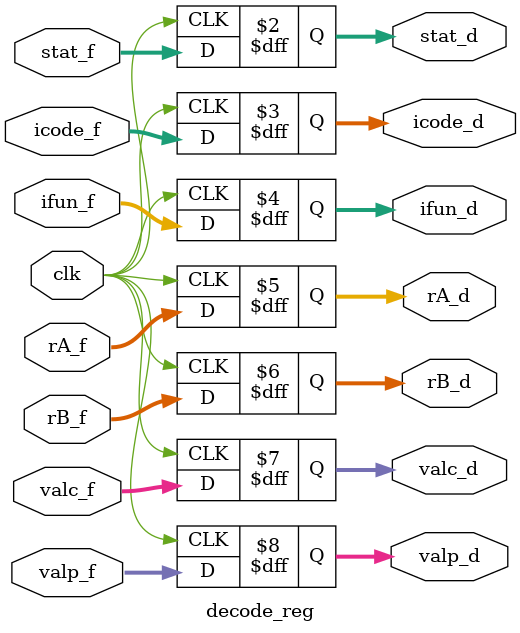
<source format=v>
module decode_reg(clk,stat_f,icode_f,ifun_f,rA_f,rB_f,valc_f,valp_f,stat_d,icode_d,ifun_d,rA_d,rB_d,valc_d,valp_d);
input clk;
input [2:0]stat_f;
input [3:0]icode_f;
input [3:0]ifun_f;
input[3:0]rA_f;
input [3:0]rB_f;
input [63:0]valc_f;
input [63:0]valp_f;
output reg [2:0]stat_d;
output reg [3:0]icode_d;
output reg [3:0]ifun_d;
output reg [3:0]rA_d;
output reg [3:0]rB_d;
output reg [63:0]valc_d;
output reg [63:0]valp_d;

 always @(posedge clk) begin

    stat_d <= stat_f;
    icode_d <= icode_f;
    ifun_d <= ifun_f;
    rA_d <= rA_f;
    rB_d <= rB_f;
    valc_d <= valc_f;
    valp_d <= valp_f;
 
 end
endmodule
</source>
